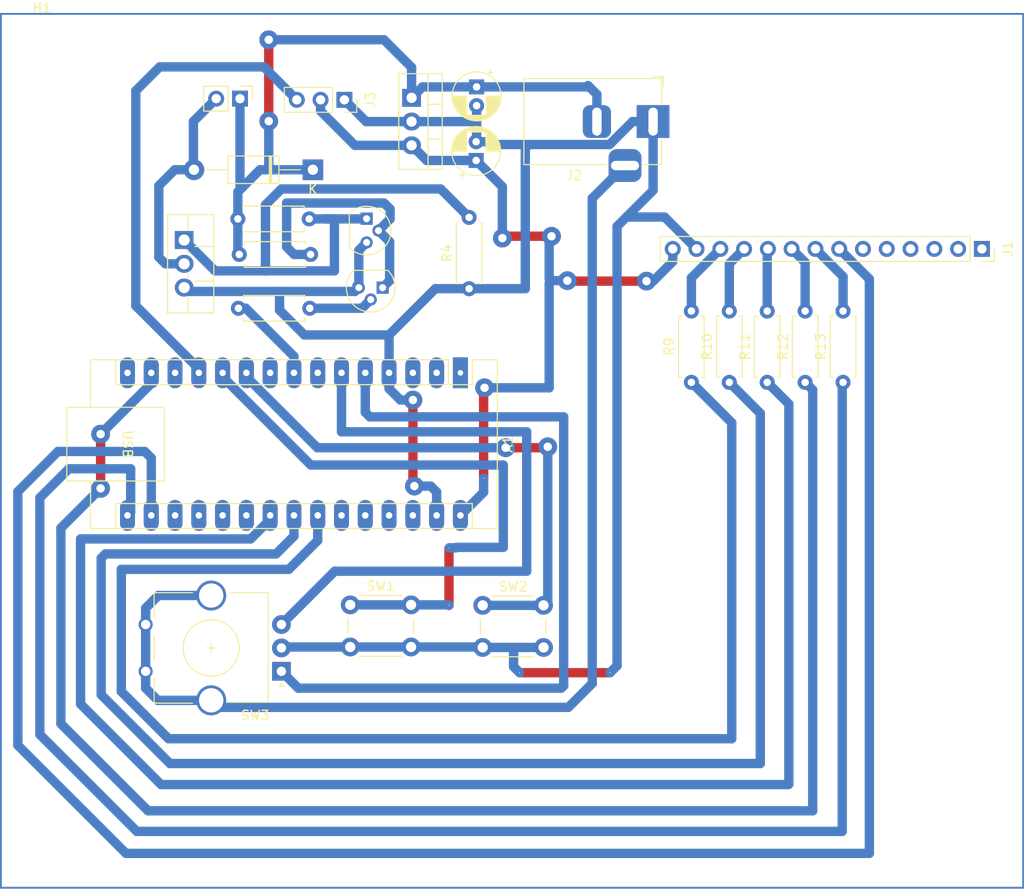
<source format=kicad_pcb>
(kicad_pcb (version 20240108) (generator "pcbnew") (generator_version "8.0")
  (layers (0 "F.Cu" signal) (31 "B.Cu" signal) (34 "B.Paste" user) (35 "F.Paste" user) (36 "B.SilkS" user "B.Silkscreen") (37 "F.SilkS" user "F.Silkscreen") (38 "B.Mask" user) (39 "F.Mask" user) (44 "Edge.Cuts" user))
  (net 0 "")
  (net 1 "GND")
  (net 2 "D5")
  (net 3 "D3")
  (net 4 "D4")
  (net 6 "+5V")
  (net 8 "D7")
  (net 9 "A3")
  (net 10 "D2")
  (net 11 "A5")
  (net 13 "A4")
  (net 15 "3V3")
  (net 16 "D8")
  (net 20 "D10")
  (net 21 "D13")
  (net 22 "D9")
  (net 23 "D12")
  (net 25 "D11")
  (net 28 "VCC")
  (net 31 "Net-(J1-Pin_9)")
  (net 33 "Net-(J1-Pin_12)")
  (net 34 "Net-(J1-Pin_11)")
  (net 36 "Net-(J1-Pin_10)")
  (net 37 "Net-(J1-Pin_8)")
  (net 41 "Net-(D1-A)")
  (net 42 "Net-(Q1-B)")
  (net 43 "Net-(Q1-C)")
  (net 44 "Net-(Q2-C)")
  (footprint "Rotary_Encoder:RotaryEncoder_Alps_EC11E_Vertical_H20mm_CircularMountingHoles" (layer "F.Cu") (at 128.16 122.68 180)
    (property "Reference" "SW3" (at 2.8 -4.7 0) (layer "F.SilkS"))
    (property "Value" "RotaryEncoder_Switch")
    (pad "" thru_hole circle (at 14.5 0 180) (size 1.5 1.5) (drill 1) (layers "*.Cu" "*.Mask"))
    (pad "" thru_hole circle (at 14.5 5 180) (size 1.5 1.5) (drill 1) (layers "*.Cu" "*.Mask"))
    (pad "A" thru_hole rect (at 0 0 180) (size 2 2) (drill 1) (layers "*.Cu" "*.Mask") (net 10 "D2"))
    (pad "B" thru_hole circle (at 0 5 180) (size 2 2) (drill 1) (layers "*.Cu" "*.Mask") (net 3 "D3"))
    (pad "C" thru_hole circle (at 0 2.5 180) (size 2 2) (drill 1) (layers "*.Cu" "*.Mask") (net 1 "GND"))
    (pad "MP" thru_hole circle (at 7.5 -3.1 180) (size 3.2 3.2) (drill 2.6) (layers "*.Cu" "*.Mask"))
    (pad "MP" thru_hole circle (at 7.5 8.1 180) (size 3.2 3.2) (drill 2.6) (layers "*.Cu" "*.Mask"))
  )
  (footprint "Package_TO_SOT_THT:TO-92" (layer "F.Cu") (at 137.26 74.31 -90)
    (property "Reference" "Q2" (hide yes))
    (property "Value" "NPN" (hide yes))
    (pad "1" thru_hole rect (at 0 0 270) (size 1.3 1.3) (drill 0.75) (layers "*.Cu" "*.Mask") (net 44 "Net-(Q2-C)"))
    (pad "2" thru_hole circle (at 1.27 -1.27 270) (size 1.3 1.3) (drill 0.75) (layers "*.Cu" "*.Mask") (net 43 "Net-(Q1-C)"))
    (pad "3" thru_hole circle (at 2.54 0 270) (size 1.3 1.3) (drill 0.75) (layers "*.Cu" "*.Mask") (net 1 "GND"))
  )
  (footprint "Connector_PinHeader_2.54mm:PinHeader_1x02_P2.54mm_Vertical" (layer "F.Cu") (at 123.735 61.48 -90)
    (property "Reference" "M1" (hide yes))
    (property "Value" "Motor_DC" (hide yes))
    (pad "1" thru_hole rect (at 0 0 270) (size 1.7 1.7) (drill 1) (layers "*.Cu" "*.Mask") (net 28 "VCC"))
    (pad "2" thru_hole oval (at 0 2.54 270) (size 1.7 1.7) (drill 1) (layers "*.Cu" "*.Mask") (net 41 "Net-(D1-A)"))
  )
  (footprint "Resistor_THT:R_Axial_DIN0207_L6.3mm_D2.5mm_P7.62mm_Horizontal" (layer "F.Cu") (at 131.28 78.13 180)
    (property "Reference" "R2" (hide yes))
    (property "Value" "R_US" (hide yes))
    (pad "1" thru_hole circle (at 0 0 180) (size 1.6 1.6) (drill 0.8) (layers "*.Cu" "*.Mask") (net 43 "Net-(Q1-C)"))
    (pad "2" thru_hole oval (at 7.62 0 180) (size 1.6 1.6) (drill 0.8) (layers "*.Cu" "*.Mask") (net 28 "VCC"))
  )
  (footprint "Connector_PinSocket_2.54mm:PinSocket_1x14_P2.54mm_Vertical" (layer "F.Cu") (at 202.98 77.54 -90)
    (property "Reference" "J1" (at 0 -2.77 90) (layer "F.SilkS"))
    (property "Value" "Conn_01x14_Pin" (hide yes))
    (pad "1" thru_hole rect (at 0 0 270) (size 1.7 1.7) (drill 1) (layers "*.Cu" "*.Mask"))
    (pad "2" thru_hole oval (at 0 2.54 270) (size 1.7 1.7) (drill 1) (layers "*.Cu" "*.Mask"))
    (pad "3" thru_hole oval (at 0 5.08 270) (size 1.7 1.7) (drill 1) (layers "*.Cu" "*.Mask"))
    (pad "4" thru_hole oval (at 0 7.62 270) (size 1.7 1.7) (drill 1) (layers "*.Cu" "*.Mask"))
    (pad "5" thru_hole oval (at 0 10.16 270) (size 1.7 1.7) (drill 1) (layers "*.Cu" "*.Mask"))
    (pad "6" thru_hole oval (at 0 12.7 270) (size 1.7 1.7) (drill 1) (layers "*.Cu" "*.Mask") (net 23 "D12"))
    (pad "7" thru_hole oval (at 0 15.24 270) (size 1.7 1.7) (drill 1) (layers "*.Cu" "*.Mask") (net 15 "3V3"))
    (pad "8" thru_hole oval (at 0 17.78 270) (size 1.7 1.7) (drill 1) (layers "*.Cu" "*.Mask") (net 37 "Net-(J1-Pin_8)"))
    (pad "9" thru_hole oval (at 0 20.32 270) (size 1.7 1.7) (drill 1) (layers "*.Cu" "*.Mask") (net 31 "Net-(J1-Pin_9)"))
    (pad "10" thru_hole oval (at 0 22.86 270) (size 1.7 1.7) (drill 1) (layers "*.Cu" "*.Mask") (net 36 "Net-(J1-Pin_10)"))
    (pad "11" thru_hole oval (at 0 25.4 270) (size 1.7 1.7) (drill 1) (layers "*.Cu" "*.Mask") (net 34 "Net-(J1-Pin_11)"))
    (pad "12" thru_hole oval (at 0 27.94 270) (size 1.7 1.7) (drill 1) (layers "*.Cu" "*.Mask") (net 33 "Net-(J1-Pin_12)"))
    (pad "13" thru_hole oval (at 0 30.48 270) (size 1.7 1.7) (drill 1) (layers "*.Cu" "*.Mask") (net 1 "GND"))
    (pad "14" thru_hole oval (at 0 33.02 270) (size 1.7 1.7) (drill 1) (layers "*.Cu" "*.Mask") (net 6 "+5V"))
  )
  (footprint "MountingHole:MountingHole_4mm" (layer "F.Cu") (at 102.56 56.785)
    (property "Reference" "H1" (at 0 -5 0) (layer "F.SilkS"))
    (property "Value" "MountingHole" (hide yes))
    (pad "" np_thru_hole circle (at 0 0) (size 4 4) (drill 4) (layers "*.Cu" "*.Mask"))
  )
  (footprint "Package_TO_SOT_THT:TO-92" (layer "F.Cu") (at 138.97 81.68 180)
    (property "Reference" "Q1" (hide yes))
    (property "Value" "NPN" (hide yes))
    (pad "1" thru_hole rect (at 0 0 180) (size 1.3 1.3) (drill 0.75) (layers "*.Cu" "*.Mask") (net 43 "Net-(Q1-C)"))
    (pad "2" thru_hole circle (at 1.27 -1.27 180) (size 1.3 1.3) (drill 0.75) (layers "*.Cu" "*.Mask") (net 42 "Net-(Q1-B)"))
    (pad "3" thru_hole circle (at 2.54 0 180) (size 1.3 1.3) (drill 0.75) (layers "*.Cu" "*.Mask") (net 1 "GND"))
  )
  (footprint "Package_TO_SOT_THT:TO-220-3_Vertical" (layer "F.Cu") (at 142.065 61.39 -90)
    (property "Reference" "U1" (hide yes))
    (property "Value" "LM7805_TO220" (hide yes))
    (pad "1" thru_hole rect (at 0 0 270) (size 1.905 2) (drill 1.1) (layers "*.Cu" "*.Mask") (net 28 "VCC"))
    (pad "2" thru_hole oval (at 2.54 0 270) (size 1.905 2) (drill 1.1) (layers "*.Cu" "*.Mask") (net 1 "GND"))
    (pad "3" thru_hole oval (at 5.08 0 270) (size 1.905 2) (drill 1.1) (layers "*.Cu" "*.Mask") (net 6 "+5V"))
  )
  (footprint "MountingHole:MountingHole_4mm" (layer "F.Cu") (at 202.91 141.685)
    (property "Reference" "H4" (hide yes))
    (property "Value" "MountingHole" (hide yes))
    (pad "" np_thru_hole circle (at 0 0) (size 4 4) (drill 4) (layers "*.Cu" "*.Mask"))
  )
  (footprint "Resistor_THT:R_Axial_DIN0207_L6.3mm_D2.5mm_P7.62mm_Horizontal" (layer "F.Cu") (at 188.15 91.8 90)
    (property "Reference" "R13" (at 3.81 -2.37 90) (layer "F.SilkS"))
    (property "Value" "R")
    (pad "1" thru_hole circle (at 0 0 90) (size 1.6 1.6) (drill 0.8) (layers "*.Cu" "*.Mask") (net 21 "D13"))
    (pad "2" thru_hole oval (at 7.62 0 90) (size 1.6 1.6) (drill 0.8) (layers "*.Cu" "*.Mask") (net 37 "Net-(J1-Pin_8)"))
  )
  (footprint "Resistor_THT:R_Axial_DIN0207_L6.3mm_D2.5mm_P7.62mm_Horizontal" (layer "F.Cu") (at 184.1 91.8 90)
    (property "Reference" "R12" (at 3.81 -2.37 90) (layer "F.SilkS"))
    (property "Value" "R")
    (pad "1" thru_hole circle (at 0 0 90) (size 1.6 1.6) (drill 0.8) (layers "*.Cu" "*.Mask") (net 25 "D11"))
    (pad "2" thru_hole oval (at 7.62 0 90) (size 1.6 1.6) (drill 0.8) (layers "*.Cu" "*.Mask") (net 31 "Net-(J1-Pin_9)"))
  )
  (footprint "Package_TO_SOT_THT:TO-220F-3_Vertical" (layer "F.Cu") (at 117.775 76.59 -90)
    (property "Reference" "Q3" (hide yes))
    (property "Value" "IRLIZ44N" (hide yes))
    (pad "1" thru_hole rect (at 0 0 270) (size 1.905 2) (drill 1.2) (layers "*.Cu" "*.Mask") (net 44 "Net-(Q2-C)"))
    (pad "2" thru_hole oval (at 2.54 0 270) (size 1.905 2) (drill 1.2) (layers "*.Cu" "*.Mask") (net 41 "Net-(D1-A)"))
    (pad "3" thru_hole oval (at 5.08 0 270) (size 1.905 2) (drill 1.2) (layers "*.Cu" "*.Mask") (net 1 "GND"))
  )
  (footprint "Resistor_THT:R_Axial_DIN0207_L6.3mm_D2.5mm_P7.62mm_Horizontal" (layer "F.Cu") (at 148.21 81.79 90)
    (property "Reference" "R4" (at 3.81 -2.37 90) (layer "F.SilkS"))
    (property "Value" "R_US")
    (pad "1" thru_hole circle (at 0 0 90) (size 1.6 1.6) (drill 0.8) (layers "*.Cu" "*.Mask") (net 1 "GND"))
    (pad "2" thru_hole oval (at 7.62 0 90) (size 1.6 1.6) (drill 0.8) (layers "*.Cu" "*.Mask") (net 44 "Net-(Q2-C)"))
  )
  (footprint "MountingHole:MountingHole_4mm" (layer "F.Cu") (at 202.86 56.785)
    (property "Reference" "H2" (hide yes))
    (property "Value" "MountingHole" (hide yes))
    (pad "" np_thru_hole circle (at 0 0) (size 4 4) (drill 4) (layers "*.Cu" "*.Mask"))
  )
  (footprint "Module:Arduino_Nano" (layer "F.Cu") (at 147.28 90.78 -90)
    (property "Reference" "A1" (at 7.62 -5.08 90) (layer "F.SilkS"))
    (property "Value" "Arduino_Nano_v3.x" (hide yes))
    (fp_text user "USB" (at 7.62 35.56 -90) (layer "F.SilkS"))
    (pad "1" thru_hole rect (at 0 0 270) (size 3.3 1.6) (drill 0.6) (layers "*.Cu" "*.Mask"))
    (pad "2" thru_hole oval (at 0 2.54 270) (size 3.3 1.6) (drill 0.7) (layers "*.Cu" "*.Mask"))
    (pad "3" thru_hole oval (at 0 5.08 270) (size 3.3 1.6) (drill 0.7) (layers "*.Cu" "*.Mask"))
    (pad "4" thru_hole oval (at 0 7.62 270) (size 3.3 1.6) (drill 0.7) (layers "*.Cu" "*.Mask") (net 1 "GND"))
    (pad "5" thru_hole oval (at 0 10.16 270) (size 3.3 1.6) (drill 0.7) (layers "*.Cu" "*.Mask") (net 10 "D2"))
    (pad "6" thru_hole oval (at 0 12.7 270) (size 3.3 1.6) (drill 0.7) (layers "*.Cu" "*.Mask") (net 3 "D3"))
    (pad "7" thru_hole oval (at 0 15.24 270) (size 3.3 1.6) (drill 0.7) (layers "*.Cu" "*.Mask") (net 4 "D4"))
    (pad "8" thru_hole oval (at 0 17.78 270) (size 3.3 1.6) (drill 0.7) (layers "*.Cu" "*.Mask") (net 2 "D5"))
    (pad "9" thru_hole oval (at 0 20.32 270) (size 3.3 1.6) (drill 0.7) (layers "*.Cu" "*.Mask"))
    (pad "10" thru_hole oval (at 0 22.86 270) (size 3.3 1.6) (drill 0.7) (layers "*.Cu" "*.Mask") (net 8 "D7"))
    (pad "11" thru_hole oval (at 0 25.4 270) (size 3.3 1.6) (drill 0.7) (layers "*.Cu" "*.Mask") (net 16 "D8"))
    (pad "12" thru_hole oval (at 0 27.94 270) (size 3.3 1.6) (drill 0.7) (layers "*.Cu" "*.Mask") (net 22 "D9"))
    (pad "13" thru_hole oval (at 0 30.48 270) (size 3.3 1.6) (drill 0.7) (layers "*.Cu" "*.Mask") (net 20 "D10"))
    (pad "14" thru_hole oval (at 0 33.02 270) (size 3.3 1.6) (drill 0.7) (layers "*.Cu" "*.Mask") (net 25 "D11"))
    (pad "15" thru_hole oval (at 0 35.56 270) (size 3.3 1.6) (drill 0.7) (layers "*.Cu" "*.Mask"))
    (pad "16" thru_hole oval (at 15.24 35.56 270) (size 3.3 1.6) (drill 0.7) (layers "*.Cu" "*.Mask") (net 21 "D13"))
    (pad "17" thru_hole oval (at 15.24 33.02 270) (size 3.3 1.6) (drill 0.7) (layers "*.Cu" "*.Mask") (net 15 "3V3"))
    (pad "18" thru_hole oval (at 15.24 30.48 270) (size 3.3 1.6) (drill 0.7) (layers "*.Cu" "*.Mask"))
    (pad "19" thru_hole oval (at 15.24 27.94 270) (size 3.3 1.6) (drill 0.7) (layers "*.Cu" "*.Mask"))
    (pad "20" thru_hole oval (at 15.24 25.4 270) (size 3.3 1.6) (drill 0.7) (layers "*.Cu" "*.Mask"))
    (pad "21" thru_hole oval (at 15.24 22.86 270) (size 3.3 1.6) (drill 0.7) (layers "*.Cu" "*.Mask"))
    (pad "22" thru_hole oval (at 15.24 20.32 270) (size 3.3 1.6) (drill 0.7) (layers "*.Cu" "*.Mask") (net 9 "A3"))
    (pad "23" thru_hole oval (at 15.24 17.78 270) (size 3.3 1.6) (drill 0.7) (layers "*.Cu" "*.Mask") (net 13 "A4"))
    (pad "24" thru_hole oval (at 15.24 15.24 270) (size 3.3 1.6) (drill 0.7) (layers "*.Cu" "*.Mask") (net 11 "A5"))
    (pad "25" thru_hole oval (at 15.24 12.7 270) (size 3.3 1.6) (drill 0.7) (layers "*.Cu" "*.Mask"))
    (pad "26" thru_hole oval (at 15.24 10.16 270) (size 3.3 1.6) (drill 0.7) (layers "*.Cu" "*.Mask"))
    (pad "27" thru_hole oval (at 15.24 7.62 270) (size 3.3 1.6) (drill 0.7) (layers "*.Cu" "*.Mask") (net 6 "+5V"))
    (pad "28" thru_hole oval (at 15.24 5.08 270) (size 3.3 1.6) (drill 0.7) (layers "*.Cu" "*.Mask"))
    (pad "29" thru_hole oval (at 15.24 2.54 270) (size 3.3 1.6) (drill 0.7) (layers "*.Cu" "*.Mask") (net 1 "GND"))
    (pad "30" thru_hole oval (at 15.24 0 270) (size 3.3 1.6) (drill 0.7) (layers "*.Cu" "*.Mask") (net 6 "+5V"))
  )
  (footprint "Resistor_THT:R_Axial_DIN0207_L6.3mm_D2.5mm_P7.62mm_Horizontal" (layer "F.Cu") (at 180.05 91.8 90)
    (property "Reference" "R11" (at 3.81 -2.37 90) (layer "F.SilkS"))
    (property "Value" "R")
    (pad "1" thru_hole circle (at 0 0 90) (size 1.6 1.6) (drill 0.8) (layers "*.Cu" "*.Mask") (net 9 "A3"))
    (pad "2" thru_hole oval (at 7.62 0 90) (size 1.6 1.6) (drill 0.8) (layers "*.Cu" "*.Mask") (net 36 "Net-(J1-Pin_10)"))
  )
  (footprint "Capacitor_THT:CP_Radial_D5.0mm_P2.00mm" (layer "F.Cu") (at 148.96 68.085113 90)
    (property "Reference" "C2" (hide yes))
    (property "Value" "C" (hide yes))
    (pad "1" thru_hole rect (at 0 0 90) (size 1.6 1.6) (drill 0.8) (layers "*.Cu" "*.Mask") (net 6 "+5V"))
    (pad "2" thru_hole circle (at 2 0 90) (size 1.6 1.6) (drill 0.8) (layers "*.Cu" "*.Mask") (net 1 "GND"))
  )
  (footprint "Connector_BarrelJack:BarrelJack_Horizontal" (layer "F.Cu") (at 167.86 63.93)
    (property "Reference" "J2" (at -8.45 5.75 0) (layer "F.SilkS"))
    (property "Value" "Screw_Terminal_01x02")
    (pad "1" thru_hole rect (at 0 0) (size 3.5 3.5) (drill oval 1 3) (layers "*.Cu" "*.Mask") (net 1 "GND"))
    (pad "2" thru_hole roundrect (at -6 0) (size 3 3.5) (drill oval 1 3) (layers "*.Cu" "*.Mask") (net 28 "VCC"))
    (pad "3" thru_hole roundrect (at -3 4.7) (size 3.5 3.5) (drill oval 3 1) (layers "*.Cu" "*.Mask"))
  )
  (footprint "Connector_PinSocket_2.54mm:PinSocket_1x03_P2.54mm_Vertical" (layer "F.Cu") (at 134.885 61.605 -90)
    (property "Reference" "J3" (at 0 -2.77 90) (layer "F.SilkS"))
    (property "Value" "Conn_01x03_Socket" (hide yes))
    (pad "1" thru_hole rect (at 0 0 270) (size 1.7 1.7) (drill 1) (layers "*.Cu" "*.Mask") (net 1 "GND"))
    (pad "2" thru_hole oval (at 0 2.54 270) (size 1.7 1.7) (drill 1) (layers "*.Cu" "*.Mask") (net 6 "+5V"))
    (pad "3" thru_hole oval (at 0 5.08 270) (size 1.7 1.7) (drill 1) (layers "*.Cu" "*.Mask") (net 22 "D9"))
  )
  (footprint "Resistor_THT:R_Axial_DIN0207_L6.3mm_D2.5mm_P7.62mm_Horizontal" (layer "F.Cu") (at 123.57 83.88)
    (property "Reference" "R1" (hide yes))
    (property "Value" "R_US" (hide yes))
    (pad "1" thru_hole circle (at 0 0) (size 1.6 1.6) (drill 0.8) (layers "*.Cu" "*.Mask") (net 2 "D5"))
    (pad "2" thru_hole oval (at 7.62 0) (size 1.6 1.6) (drill 0.8) (layers "*.Cu" "*.Mask") (net 42 "Net-(Q1-B)"))
  )
  (footprint "Resistor_THT:R_Axial_DIN0207_L6.3mm_D2.5mm_P7.62mm_Horizontal" (layer "F.Cu") (at 131.13 74.33 180)
    (property "Reference" "R3" (hide yes))
    (property "Value" "R_US" (hide yes))
    (pad "1" thru_hole circle (at 0 0 180) (size 1.6 1.6) (drill 0.8) (layers "*.Cu" "*.Mask") (net 44 "Net-(Q2-C)"))
    (pad "2" thru_hole oval (at 7.62 0 180) (size 1.6 1.6) (drill 0.8) (layers "*.Cu" "*.Mask") (net 28 "VCC"))
  )
  (footprint "Capacitor_THT:CP_Radial_D5.0mm_P2.00mm" (layer "F.Cu") (at 149.01 60.224888 -90)
    (property "Reference" "C1" (hide yes))
    (property "Value" "C" (hide yes))
    (pad "1" thru_hole rect (at 0 0 270) (size 1.6 1.6) (drill 0.8) (layers "*.Cu" "*.Mask") (net 28 "VCC"))
    (pad "2" thru_hole circle (at 2 0 270) (size 1.6 1.6) (drill 0.8) (layers "*.Cu" "*.Mask") (net 1 "GND"))
  )
  (footprint "Button_Switch_THT:SW_PUSH_6mm_H7.3mm" (layer "F.Cu") (at 135.51 115.58)
    (property "Reference" "SW1" (at 3.25 -2 0) (layer "F.SilkS"))
    (property "Value" "SW_SPST")
    (pad "1" thru_hole circle (at 0 0 90) (size 2 2) (drill 1.1) (layers "*.Cu" "*.Mask") (net 16 "D8"))
    (pad "1" thru_hole circle (at 6.5 0 90) (size 2 2) (drill 1.1) (layers "*.Cu" "*.Mask") (net 16 "D8"))
    (pad "2" thru_hole circle (at 0 4.5 90) (size 2 2) (drill 1.1) (layers "*.Cu" "*.Mask") (net 1 "GND"))
    (pad "2" thru_hole circle (at 6.5 4.5 90) (size 2 2) (drill 1.1) (layers "*.Cu" "*.Mask") (net 1 "GND"))
  )
  (footprint "Button_Switch_THT:SW_PUSH_6mm_H7.3mm" (layer "F.Cu") (at 149.66 115.63)
    (property "Reference" "SW2" (at 3.25 -2 0) (layer "F.SilkS"))
    (property "Value" "SW_SPST")
    (pad "1" thru_hole circle (at 0 0 90) (size 2 2) (drill 1.1) (layers "*.Cu" "*.Mask") (net 8 "D7"))
    (pad "1" thru_hole circle (at 6.5 0 90) (size 2 2) (drill 1.1) (layers "*.Cu" "*.Mask") (net 8 "D7"))
    (pad "2" thru_hole circle (at 0 4.5 90) (size 2 2) (drill 1.1) (layers "*.Cu" "*.Mask") (net 1 "GND"))
    (pad "2" thru_hole circle (at 6.5 4.5 90) (size 2 2) (drill 1.1) (layers "*.Cu" "*.Mask") (net 1 "GND"))
  )
  (footprint "MountingHole:MountingHole_4mm" (layer "F.Cu") (at 102.66 141.385)
    (property "Reference" "H3" (hide yes))
    (property "Value" "MountingHole" (hide yes))
    (pad "" np_thru_hole circle (at 0 0) (size 4 4) (drill 4) (layers "*.Cu" "*.Mask"))
  )
  (footprint "Resistor_THT:R_Axial_DIN0207_L6.3mm_D2.5mm_P7.62mm_Horizontal" (layer "F.Cu") (at 176 91.8 90)
    (property "Reference" "R10" (at 3.81 -2.37 90) (layer "F.SilkS"))
    (property "Value" "R")
    (pad "1" thru_hole circle (at 0 0 90) (size 1.6 1.6) (drill 0.8) (layers "*.Cu" "*.Mask") (net 13 "A4"))
    (pad "2" thru_hole oval (at 7.62 0 90) (size 1.6 1.6) (drill 0.8) (layers "*.Cu" "*.Mask") (net 34 "Net-(J1-Pin_11)"))
  )
  (footprint "Diode_THT:D_DO-41_SOD81_P12.70mm_Horizontal" (layer "F.Cu") (at 131.52 69.08 180)
    (property "Reference" "D1" (hide yes))
    (property "Value" "D" (hide yes))
    (fp_text user "K" (at 0 -2.1 0) (layer "F.SilkS"))
    (pad "1" thru_hole rect (at 0 0 180) (size 2.2 2.2) (drill 1.1) (layers "*.Cu" "*.Mask") (net 28 "VCC"))
    (pad "2" thru_hole oval (at 12.7 0 180) (size 2.2 2.2) (drill 1.1) (layers "*.Cu" "*.Mask") (net 41 "Net-(D1-A)"))
  )
  (footprint "Resistor_THT:R_Axial_DIN0207_L6.3mm_D2.5mm_P7.62mm_Horizontal" (layer "F.Cu") (at 171.95 91.8 90)
    (property "Reference" "R9" (at 3.81 -2.37 90) (layer "F.SilkS"))
    (property "Value" "R")
    (pad "1" thru_hole circle (at 0 0 90) (size 1.6 1.6) (drill 0.8) (layers "*.Cu" "*.Mask") (net 11 "A5"))
    (pad "2" thru_hole oval (at 7.62 0 90) (size 1.6 1.6) (drill 0.8) (layers "*.Cu" "*.Mask") (net 33 "Net-(J1-Pin_12)"))
  )
  (gr_rect (start 98.203412 52.421823) (end 207.389605 145.808016) (stroke (width 0.2)) (fill none) (layer "B.Cu") (net 35))
  (segment (start 114.96 125.78) (end 120.66 125.78) (width 1) (layer "B.Cu") (net 0))
  (segment (start 161.36 123.98) (end 158.81 126.53) (width 1) (layer "B.Cu") (net 0))
  (segment (start 115.01 114.58) (end 113.66 115.93) (width 1) (layer "B.Cu") (net 0))
  (segment (start 120.66 114.58) (end 115.01 114.58) (width 1) (layer "B.Cu") (net 0))
  (segment (start 113.66 124.48) (end 114.96 125.78) (width 1) (layer "B.Cu") (net 0))
  (segment (start 113.66 122.68) (end 113.66 124.48) (width 1) (layer "B.Cu") (net 0))
  (segment (start 113.66 115.93) (end 113.66 117.68) (width 1) (layer "B.Cu") (net 0))
  (segment (start 121.41 126.53) (end 120.66 125.78) (width 1) (layer "B.Cu") (net 0))
  (segment (start 164.86 68.63) (end 161.36 72.13) (width 1) (layer "B.Cu") (net 0))
  (segment (start 161.36 72.13) (end 161.36 123.98) (width 1) (layer "B.Cu") (net 0))
  (segment (start 158.81 126.53) (end 121.41 126.53) (width 1) (layer "B.Cu") (net 0))
  (segment (start 113.66 117.68) (end 113.66 122.68) (width 1) (layer "B.Cu") (net 0))
  (segment (start 142.36 102.885) (end 142.21 102.735) (width 1) (layer "F.Cu") (net 1))
  (segment (start 142.21 102.735) (end 142.21 93.685) (width 1) (layer "F.Cu") (net 1))
  (segment (start 153.61 122.83) (end 163.26 122.83) (width 1) (layer "F.Cu") (net 1))
  (via micro (at 142.21 93.685) (size 2) (drill 0.9) (layers "F.Cu" "B.Cu") (net 1))
  (via micro (at 142.36 102.885) (size 2) (drill 0.9) (layers "F.Cu" "B.Cu") (net 1))
  (via micro (at 153.61 122.83) (size 0.3) (drill 0.1) (layers "F.Cu" "B.Cu") (net 1))
  (via micro (at 163.26 122.83) (size 0.3) (drill 0.1) (layers "F.Cu" "B.Cu") (net 1))
  (segment (start 117.775 81.67) (end 118.185 82.08) (width 1) (layer "B.Cu") (net 1))
  (segment (start 149.01 64.28) (end 149.01 66.035113) (width 1) (layer "B.Cu") (net 1))
  (segment (start 142.065 63.93) (end 148.66 63.93) (width 1) (layer "B.Cu") (net 1))
  (segment (start 142.01 120.08) (end 149.61 120.08) (width 1) (layer "B.Cu") (net 1))
  (segment (start 163.21061 66.38) (end 165.66061 63.93) (width 1) (layer "B.Cu") (net 1))
  (segment (start 139.66 86.73) (end 130.61 86.73) (width 1) (layer "B.Cu") (net 1))
  (segment (start 144.11 102.885) (end 144.74 103.515) (width 1) (layer "B.Cu") (net 1))
  (segment (start 167.86 71.28) (end 167.86 63.93) (width 1) (layer "B.Cu") (net 1))
  (segment (start 137.21 63.93) (end 142.065 63.93) (width 1) (layer "B.Cu") (net 1))
  (segment (start 149.01 66.035113) (end 148.96 66.085113) (width 1) (layer "B.Cu") (net 1))
  (segment (start 169.095 74.135) (end 165.005 74.135) (width 1) (layer "B.Cu") (net 1))
  (segment (start 150.09137 66.085113) (end 150.386257 66.38) (width 1) (layer "B.Cu") (net 1))
  (segment (start 139.66 92.48) (end 139.66 90.78) (width 1) (layer "B.Cu") (net 1))
  (segment (start 152.96 120.13) (end 156.16 120.13) (width 1) (layer "B.Cu") (net 1))
  (segment (start 172.5 77.54) (end 169.095 74.135) (width 1) (layer "B.Cu") (net 1))
  (segment (start 127.96 82.08) (end 136.03 82.08) (width 1) (layer "B.Cu") (net 1))
  (segment (start 154.61 66.38) (end 154.21 66.78) (width 1) (layer "B.Cu") (net 1))
  (segment (start 134.885 61.605) (end 137.21 63.93) (width 1) (layer "B.Cu") (net 1))
  (segment (start 154.61 66.38) (end 163.21061 66.38) (width 1) (layer "B.Cu") (net 1))
  (segment (start 152.96 122.18) (end 153.61 122.83) (width 1) (layer "B.Cu") (net 1))
  (segment (start 144.6 81.79) (end 139.66 86.73) (width 1) (layer "B.Cu") (net 1))
  (segment (start 148.66 63.93) (end 149.01 64.28) (width 1) (layer "B.Cu") (net 1))
  (segment (start 118.185 82.08) (end 127.96 82.08) (width 1) (layer "B.Cu") (net 1))
  (segment (start 149.61 120.08) (end 149.66 120.13) (width 1) (layer "B.Cu") (net 1))
  (segment (start 130.61 86.73) (end 127.96 84.08) (width 1) (layer "B.Cu") (net 1))
  (segment (start 148.96 66.085113) (end 150.09137 66.085113) (width 1) (layer "B.Cu") (net 1))
  (segment (start 165.66061 63.93) (end 167.86 63.93) (width 1) (layer "B.Cu") (net 1))
  (segment (start 164.01 122.08) (end 164.01 75.13) (width 1) (layer "B.Cu") (net 1))
  (segment (start 164.01 75.13) (end 165.005 74.135) (width 1) (layer "B.Cu") (net 1))
  (segment (start 154.21 66.78) (end 154.21 81.79) (width 1) (layer "B.Cu") (net 1))
  (segment (start 128.26 120.08) (end 128.16 120.18) (width 1) (layer "B.Cu") (net 1))
  (segment (start 163.26 122.83) (end 164.01 122.08) (width 1) (layer "B.Cu") (net 1))
  (segment (start 136.43 81.68) (end 136.43 77.68) (width 1) (layer "B.Cu") (net 1))
  (segment (start 148.21 81.79) (end 144.6 81.79) (width 1) (layer "B.Cu") (net 1))
  (segment (start 135.51 120.08) (end 128.26 120.08) (width 1) (layer "B.Cu") (net 1))
  (segment (start 149.01 62.224888) (end 149.01 64.28) (width 1) (layer "B.Cu") (net 1))
  (segment (start 152.96 120.13) (end 152.96 122.18) (width 1) (layer "B.Cu") (net 1))
  (segment (start 136.43 77.68) (end 137.26 76.85) (width 1) (layer "B.Cu") (net 1))
  (segment (start 150.386257 66.38) (end 154.61 66.38) (width 1) (layer "B.Cu") (net 1))
  (segment (start 142.36 102.885) (end 144.11 102.885) (width 1) (layer "B.Cu") (net 1))
  (segment (start 136.03 82.08) (end 136.43 81.68) (width 1) (layer "B.Cu") (net 1))
  (segment (start 154.21 81.79) (end 148.21 81.79) (width 1) (layer "B.Cu") (net 1))
  (segment (start 149.66 120.13) (end 152.96 120.13) (width 1) (layer "B.Cu") (net 1))
  (segment (start 135.31 120.28) (end 135.51 120.08) (width 1) (layer "B.Cu") (net 1))
  (segment (start 140.865 93.685) (end 139.66 92.48) (width 1) (layer "B.Cu") (net 1))
  (segment (start 127.96 84.08) (end 127.96 82.08) (width 1) (layer "B.Cu") (net 1))
  (segment (start 135.51 120.08) (end 142.01 120.08) (width 1) (layer "B.Cu") (net 1))
  (segment (start 139.66 86.73) (end 139.66 90.78) (width 1) (layer "B.Cu") (net 1))
  (segment (start 142.21 93.685) (end 140.865 93.685) (width 1) (layer "B.Cu") (net 1))
  (segment (start 136.23 81.48) (end 136.43 81.68) (width 1) (layer "B.Cu") (net 1))
  (segment (start 144.74 103.515) (end 144.74 106.02) (width 1) (layer "B.Cu") (net 1))
  (segment (start 165.005 74.135) (end 167.86 71.28) (width 1) (layer "B.Cu") (net 1))
  (segment (start 129.5 89.02) (end 129.5 90.78) (width 1) (layer "B.Cu") (net 2))
  (segment (start 124.36 83.88) (end 129.5 89.02) (width 1) (layer "B.Cu") (net 2))
  (segment (start 123.57 83.88) (end 124.36 83.88) (width 1) (layer "B.Cu") (net 2))
  (segment (start 134.58 90.78) (end 134.58 97.085) (width 1) (layer "B.Cu") (net 3))
  (segment (start 133.86 111.98) (end 128.16 117.68) (width 1) (layer "B.Cu") (net 3))
  (segment (start 134.58 97.085) (end 154.36 97.085) (width 1) (layer "B.Cu") (net 3))
  (segment (start 154.36 97.085) (end 154.36 111.98) (width 1) (layer "B.Cu") (net 3))
  (segment (start 154.36 111.98) (end 133.86 111.98) (width 1) (layer "B.Cu") (net 3))
  (segment (start 158.75 80.98) (end 158.7 80.93) (width 1) (layer "F.Cu") (net 6))
  (segment (start 167.155 80.98) (end 158.75 80.98) (width 1) (layer "F.Cu") (net 6))
  (segment (start 157.005 76.18) (end 151.965 76.18) (width 1) (layer "F.Cu") (net 6))
  (segment (start 151.965 76.18) (end 151.76 76.385) (width 1) (layer "F.Cu") (net 6))
  (segment (start 149.86 92.38) (end 149.76 92.48) (width 1) (layer "F.Cu") (net 6))
  (segment (start 157.01 76.185) (end 157.005 76.18) (width 1) (layer "F.Cu") (net 6))
  (segment (start 149.76 92.48) (end 149.76 102.035) (width 1) (layer "F.Cu") (net 6))
  (via micro (at 158.7 80.93) (size 2) (drill 0.9) (layers "F.Cu" "B.Cu") (net 6))
  (via micro (at 149.76 102.035) (size 0.3) (drill 0.1) (layers "F.Cu" "B.Cu") (net 6))
  (via micro (at 151.76 76.385) (size 2) (drill 0.9) (layers "F.Cu" "B.Cu") (net 6))
  (via micro (at 149.86 92.38) (size 2) (drill 0.9) (layers "F.Cu" "B.Cu") (net 6))
  (via micro (at 157.01 76.185) (size 2) (drill 0.9) (layers "F.Cu" "B.Cu") (net 6))
  (via micro (at 167.155 80.98) (size 2) (drill 0.9) (layers "F.Cu" "B.Cu") (net 6))
  (segment (start 136.007919 66.47) (end 142.065 66.47) (width 1) (layer "B.Cu") (net 6))
  (segment (start 156.76 76.435) (end 157.01 76.185) (width 1) (layer "B.Cu") (net 6))
  (segment (start 149.76 103.54) (end 147.28 106.02) (width 1) (layer "B.Cu") (net 6))
  (segment (start 149.76 102.035) (end 149.76 103.54) (width 1) (layer "B.Cu") (net 6))
  (segment (start 143.680113 68.085113) (end 148.96 68.085113) (width 1) (layer "B.Cu") (net 6))
  (segment (start 156.76 92.38) (end 156.76 81.18) (width 1) (layer "B.Cu") (net 6))
  (segment (start 167.865 80.98) (end 169.96 78.885) (width 1) (layer "B.Cu") (net 6))
  (segment (start 132.345 61.605) (end 132.345 62.807081) (width 1) (layer "B.Cu") (net 6))
  (segment (start 156.76 80.68) (end 156.76 76.435) (width 1) (layer "B.Cu") (net 6))
  (segment (start 151.76 70.885113) (end 148.96 68.085113) (width 1) (layer "B.Cu") (net 6))
  (segment (start 158.7 80.93) (end 157.01 80.93) (width 1) (layer "B.Cu") (net 6))
  (segment (start 156.76 81.18) (end 157.01 80.93) (width 1) (layer "B.Cu") (net 6))
  (segment (start 142.065 66.47) (end 143.680113 68.085113) (width 1) (layer "B.Cu") (net 6))
  (segment (start 169.96 78.885) (end 169.96 77.54) (width 1) (layer "B.Cu") (net 6))
  (segment (start 132.345 62.807081) (end 136.007919 66.47) (width 1) (layer "B.Cu") (net 6))
  (segment (start 157.01 80.93) (end 156.76 80.68) (width 1) (layer "B.Cu") (net 6))
  (segment (start 167.155 80.98) (end 167.865 80.98) (width 1) (layer "B.Cu") (net 6))
  (segment (start 151.76 76.385) (end 151.76 70.885113) (width 1) (layer "B.Cu") (net 6))
  (segment (start 149.86 92.38) (end 156.76 92.38) (width 1) (layer "B.Cu") (net 6))
  (segment (start 156.61 98.685) (end 156.51 98.785) (width 1) (layer "F.Cu") (net 8))
  (segment (start 156.51 98.785) (end 152.11 98.785) (width 1) (layer "F.Cu") (net 8))
  (via micro (at 156.61 98.685) (size 2) (drill 0.9) (layers "F.Cu" "B.Cu") (net 8))
  (via micro (at 152.11 98.785) (size 2) (drill 0.9) (layers "F.Cu" "B.Cu") (net 8))
  (segment (start 152.11 98.785) (end 131.99368 98.785) (width 1) (layer "B.Cu") (net 8))
  (segment (start 149.66 115.63) (end 156.16 115.63) (width 1) (layer "B.Cu") (net 8))
  (segment (start 131.99368 98.785) (end 124.42 91.21132) (width 1) (layer "B.Cu") (net 8))
  (segment (start 156.61 115.18) (end 156.16 115.63) (width 1) (layer "B.Cu") (net 8))
  (segment (start 156.61 98.685) (end 156.61 115.18) (width 1) (layer "B.Cu") (net 8))
  (segment (start 124.42 91.21132) (end 124.42 90.78) (width 1) (layer "B.Cu") (net 8))
  (segment (start 115.31 134.785) (end 106.71 126.185) (width 1) (layer "B.Cu") (net 9))
  (segment (start 182.36 134.735) (end 182.31 134.785) (width 1) (layer "B.Cu") (net 9))
  (segment (start 106.71 108.53) (end 124.88132 108.53) (width 1) (layer "B.Cu") (net 9))
  (segment (start 106.71 126.185) (end 106.71 108.53) (width 1) (layer "B.Cu") (net 9))
  (segment (start 124.88132 108.53) (end 126.96 106.45132) (width 1) (layer "B.Cu") (net 9))
  (segment (start 182.31 134.785) (end 115.31 134.785) (width 1) (layer "B.Cu") (net 9))
  (segment (start 126.96 106.45132) (end 126.96 106.02) (width 1) (layer "B.Cu") (net 9))
  (segment (start 182.36 94.11) (end 182.36 134.735) (width 1) (layer "B.Cu") (net 9))
  (segment (start 180.05 91.8) (end 182.36 94.11) (width 1) (layer "B.Cu") (net 9))
  (segment (start 137.12 94.995) (end 137.12 90.78) (width 1) (layer "B.Cu") (net 10))
  (segment (start 158.31 124.23) (end 158.31 95.485) (width 1) (layer "B.Cu") (net 10))
  (segment (start 128.16 122.68) (end 129.96 124.48) (width 1) (layer "B.Cu") (net 10))
  (segment (start 129.96 124.48) (end 158.06 124.48) (width 1) (layer "B.Cu") (net 10))
  (segment (start 158.06 124.48) (end 158.31 124.23) (width 1) (layer "B.Cu") (net 10))
  (segment (start 158.31 95.485) (end 137.61 95.485) (width 1) (layer "B.Cu") (net 10))
  (segment (start 137.61 95.485) (end 137.12 94.995) (width 1) (layer "B.Cu") (net 10))
  (segment (start 171.95 91.8) (end 176.26 96.11) (width 1) (layer "B.Cu") (net 11))
  (segment (start 116.11 129.885) (end 111.06 124.835) (width 1) (layer "B.Cu") (net 11))
  (segment (start 111.06 124.835) (end 111.06 111.78) (width 1) (layer "B.Cu") (net 11))
  (segment (start 176.26 96.11) (end 176.26 129.885) (width 1) (layer "B.Cu") (net 11))
  (segment (start 176.26 129.885) (end 116.11 129.885) (width 1) (layer "B.Cu") (net 11))
  (segment (start 128.95 111.78) (end 132.04 108.69) (width 1) (layer "B.Cu") (net 11))
  (segment (start 111.06 111.78) (end 128.95 111.78) (width 1) (layer "B.Cu") (net 11))
  (segment (start 132.04 108.69) (end 132.04 106.02) (width 1) (layer "B.Cu") (net 11))
  (segment (start 132.04 105.17) (end 132.04 106.02) (width 1) (layer "B.Cu") (net 11))
  (segment (start 108.91 110.585) (end 109.36 110.135) (width 1) (layer "B.Cu") (net 13))
  (segment (start 129.5 108.23) (end 129.5 106.02) (width 1) (layer "B.Cu") (net 13))
  (segment (start 109.36 110.135) (end 127.595 110.135) (width 1) (layer "B.Cu") (net 13))
  (segment (start 179.31 132.535) (end 116.26 132.535) (width 1) (layer "B.Cu") (net 13))
  (segment (start 108.91 125.185) (end 108.91 110.585) (width 1) (layer "B.Cu") (net 13))
  (segment (start 179.31 95.11) (end 179.31 132.535) (width 1) (layer "B.Cu") (net 13))
  (segment (start 176 91.8) (end 179.31 95.11) (width 1) (layer "B.Cu") (net 13))
  (segment (start 127.595 110.135) (end 129.5 108.23) (width 1) (layer "B.Cu") (net 13))
  (segment (start 116.26 132.535) (end 108.91 125.185) (width 1) (layer "B.Cu") (net 13))
  (segment (start 113.56 99.185) (end 114.26 99.885) (width 1) (layer "B.Cu") (net 15))
  (segment (start 190.96 80.76) (end 190.96 142.135) (width 1) (layer "B.Cu") (net 15))
  (segment (start 100.01 103.47) (end 104.295 99.185) (width 1) (layer "B.Cu") (net 15))
  (segment (start 190.96 142.135) (end 111.56 142.135) (width 1) (layer "B.Cu") (net 15))
  (segment (start 111.56 142.135) (end 100.01 130.585) (width 1) (layer "B.Cu") (net 15))
  (segment (start 187.74 77.54) (end 190.96 80.76) (width 1) (layer "B.Cu") (net 15))
  (segment (start 104.295 99.185) (end 113.56 99.185) (width 1) (layer "B.Cu") (net 15))
  (segment (start 114.26 99.885) (end 114.26 106.02) (width 1) (layer "B.Cu") (net 15))
  (segment (start 100.01 130.585) (end 100.01 103.47) (width 1) (layer "B.Cu") (net 15))
  (segment (start 146.06 115.63) (end 146.06 109.53) (width 1) (layer "F.Cu") (net 16))
  (segment (start 146.06 109.53) (end 146.11 109.48) (width 1) (layer "F.Cu") (net 16))
  (via micro (at 146.11 109.48) (size 0.3) (drill 0.1) (layers "F.Cu" "B.Cu") (net 16))
  (via micro (at 146.06 115.63) (size 0.3) (drill 0.1) (layers "F.Cu" "B.Cu") (net 16))
  (segment (start 146.84132 109.43) (end 151.86 109.43) (width 1) (layer "B.Cu") (net 16))
  (segment (start 131.30368 100.635) (end 121.88 91.21132) (width 1) (layer "B.Cu") (net 16))
  (segment (start 146.79132 109.48) (end 146.84132 109.43) (width 1) (layer "B.Cu") (net 16))
  (segment (start 121.88 91.21132) (end 121.88 90.78) (width 1) (layer "B.Cu") (net 16))
  (segment (start 151.86 100.635) (end 131.30368 100.635) (width 1) (layer "B.Cu") (net 16))
  (segment (start 151.86 109.43) (end 151.86 100.635) (width 1) (layer "B.Cu") (net 16))
  (segment (start 146.11 109.48) (end 146.79132 109.48) (width 1) (layer "B.Cu") (net 16))
  (segment (start 135.51 115.58) (end 142.01 115.58) (width 1) (layer "B.Cu") (net 16))
  (segment (start 146.01 115.58) (end 146.06 115.63) (width 1) (layer "B.Cu") (net 16))
  (segment (start 142.01 115.58) (end 146.01 115.58) (width 1) (layer "B.Cu") (net 16))
  (segment (start 188.06 139.785) (end 112.71 139.785) (width 1) (layer "B.Cu") (net 21))
  (segment (start 188.06 91.89) (end 188.06 139.785) (width 1) (layer "B.Cu") (net 21))
  (segment (start 112.71 139.785) (end 102.36 129.435) (width 1) (layer "B.Cu") (net 21))
  (segment (start 105.46 101.035) (end 112.06 101.035) (width 1) (layer "B.Cu") (net 21))
  (segment (start 102.36 104.135) (end 105.46 101.035) (width 1) (layer "B.Cu") (net 21))
  (segment (start 102.36 129.435) (end 102.36 104.135) (width 1) (layer "B.Cu") (net 21))
  (segment (start 112.06 105.68) (end 111.72 106.02) (width 1) (layer "B.Cu") (net 21))
  (segment (start 112.06 101.035) (end 112.06 105.68) (width 1) (layer "B.Cu") (net 21))
  (segment (start 188.15 91.8) (end 188.06 91.89) (width 1) (layer "B.Cu") (net 21))
  (segment (start 119.34 90.34868) (end 119.34 90.78) (width 1) (layer "B.Cu") (net 22))
  (segment (start 129.805 61.605) (end 126.285 58.085) (width 1) (layer "B.Cu") (net 22))
  (segment (start 112.61 83.61868) (end 119.34 90.34868) (width 1) (layer "B.Cu") (net 22))
  (segment (start 115.16 58.085) (end 112.61 60.635) (width 1) (layer "B.Cu") (net 22))
  (segment (start 126.285 58.085) (end 115.16 58.085) (width 1) (layer "B.Cu") (net 22))
  (segment (start 112.61 60.635) (end 112.61 83.61868) (width 1) (layer "B.Cu") (net 22))
  (segment (start 108.85 97.33) (end 108.85 103.13) (width 1) (layer "F.Cu") (net 25))
  (via micro (at 108.85 97.33) (size 2) (drill 0.9) (layers "F.Cu" "B.Cu") (net 25))
  (via micro (at 108.85 103.13) (size 2) (drill 0.9) (layers "F.Cu" "B.Cu") (net 25))
  (segment (start 113.91 137.585) (end 184.91 137.585) (width 1) (layer "B.Cu") (net 25))
  (segment (start 114.26 91.92) (end 108.85 97.33) (width 1) (layer "B.Cu") (net 25))
  (segment (start 114.26 91.92) (end 114.26 90.78) (width 1) (layer "B.Cu") (net 25))
  (segment (start 104.61 128.285) (end 113.91 137.585) (width 1) (layer "B.Cu") (net 25))
  (segment (start 104.61 107.37) (end 104.61 128.285) (width 1) (layer "B.Cu") (net 25))
  (segment (start 184.91 92.61) (end 184.1 91.8) (width 1) (layer "B.Cu") (net 25))
  (segment (start 108.85 103.13) (end 104.61 107.37) (width 1) (layer "B.Cu") (net 25))
  (segment (start 184.91 137.585) (end 184.91 92.61) (width 1) (layer "B.Cu") (net 25))
  (segment (start 126.81 55.185) (end 126.81 63.885) (width 1) (layer "F.Cu") (net 28))
  (via micro (at 126.81 55.185) (size 2) (drill 0.9) (layers "F.Cu" "B.Cu") (net 28))
  (via micro (at 126.81 63.885) (size 2) (drill 0.9) (layers "F.Cu" "B.Cu") (net 28))
  (segment (start 123.735 70.76) (end 123.9625 70.9875) (width 1) (layer "B.Cu") (net 28))
  (segment (start 160.91 60.08) (end 160.765112 60.224888) (width 1) (layer "B.Cu") (net 28))
  (segment (start 161.86 61.03) (end 160.91 60.08) (width 1) (layer "B.Cu") (net 28))
  (segment (start 139.11 55.185) (end 142.065 58.14) (width 1) (layer "B.Cu") (net 28))
  (segment (start 126.81 68.73) (end 127.16 69.08) (width 1) (layer "B.Cu") (net 28))
  (segment (start 125.87 69.08) (end 127.16 69.08) (width 1) (layer "B.Cu") (net 28))
  (segment (start 123.9625 70.9875) (end 125.87 69.08) (width 1) (layer "B.Cu") (net 28))
  (segment (start 127.16 69.08) (end 131.52 69.08) (width 1) (layer "B.Cu") (net 28))
  (segment (start 142.065 61.39) (end 143.230112 60.224888) (width 1) (layer "B.Cu") (net 28))
  (segment (start 143.230112 60.224888) (end 149.01 60.224888) (width 1) (layer "B.Cu") (net 28))
  (segment (start 123.51 74.33) (end 123.51 71.44) (width 1) (layer "B.Cu") (net 28))
  (segment (start 160.765112 60.224888) (end 149.01 60.224888) (width 1) (layer "B.Cu") (net 28))
  (segment (start 126.81 63.885) (end 126.81 68.73) (width 1) (layer "B.Cu") (net 28))
  (segment (start 123.51 77.98) (end 123.66 78.13) (width 1) (layer "B.Cu") (net 28))
  (segment (start 123.735 61.48) (end 123.735 70.76) (width 1) (layer "B.Cu") (net 28))
  (segment (start 123.51 71.44) (end 123.9625 70.9875) (width 1) (layer "B.Cu") (net 28))
  (segment (start 161.86 63.93) (end 161.86 61.03) (width 1) (layer "B.Cu") (net 28))
  (segment (start 123.51 74.33) (end 123.51 77.98) (width 1) (layer "B.Cu") (net 28))
  (segment (start 123.51 73.89) (end 123.5 73.88) (width 1) (layer "B.Cu") (net 28))
  (segment (start 142.065 58.14) (end 142.065 61.39) (width 1) (layer "B.Cu") (net 28))
  (segment (start 126.81 55.185) (end 139.11 55.185) (width 1) (layer "B.Cu") (net 28))
  (segment (start 184.1 84.18) (end 184.1 78.98) (width 1) (layer "B.Cu") (net 31))
  (segment (start 184.1 78.98) (end 182.66 77.54) (width 1) (layer "B.Cu") (net 31))
  (segment (start 171.95 80.63) (end 175.04 77.54) (width 1) (layer "B.Cu") (net 33))
  (segment (start 171.95 84.18) (end 171.95 80.63) (width 1) (layer "B.Cu") (net 33))
  (segment (start 176 79.12) (end 177.58 77.54) (width 1) (layer "B.Cu") (net 34))
  (segment (start 176 84.18) (end 176 79.12) (width 1) (layer "B.Cu") (net 34))
  (segment (start 180.05 84.18) (end 180.05 77.61) (width 1) (layer "B.Cu") (net 36))
  (segment (start 180.05 77.61) (end 180.12 77.54) (width 1) (layer "B.Cu") (net 36))
  (segment (start 188.15 80.49) (end 188.15 84.18) (width 1) (layer "B.Cu") (net 37))
  (segment (start 185.2 77.54) (end 188.15 80.49) (width 1) (layer "B.Cu") (net 37))
  (segment (start 115.07 70.78) (end 116.77 69.08) (width 1) (layer "B.Cu") (net 41))
  (segment (start 117.775 79.13) (end 115.775 79.13) (width 1) (layer "B.Cu") (net 41))
  (segment (start 116.77 69.08) (end 118.82 69.08) (width 1) (layer "B.Cu") (net 41))
  (segment (start 115.775 79.13) (end 115.07 78.425) (width 1) (layer "B.Cu") (net 41))
  (segment (start 118.76 63.915) (end 118.76 69.02) (width 1) (layer "B.Cu") (net 41))
  (segment (start 121.195 61.48) (end 118.76 63.915) (width 1) (layer "B.Cu") (net 41))
  (segment (start 118.76 69.02) (end 118.82 69.08) (width 1) (layer "B.Cu") (net 41))
  (segment (start 121.435 61.24) (end 121.195 61.48) (width 1) (layer "B.Cu") (net 41))
  (segment (start 115.07 78.425) (end 115.07 70.78) (width 1) (layer "B.Cu") (net 41))
  (segment (start 136.77 83.88) (end 131.19 83.88) (width 1) (layer "B.Cu") (net 42))
  (segment (start 137.7 82.95) (end 136.77 83.88) (width 1) (layer "B.Cu") (net 42))
  (segment (start 139.72 80.93) (end 138.97 81.68) (width 1) (layer "B.Cu") (net 43))
  (segment (start 139.12 72.63) (end 139.77 73.28) (width 1) (layer "B.Cu") (net 43))
  (segment (start 139.77 73.28) (end 139.77 74.34) (width 1) (layer "B.Cu") (net 43))
  (segment (start 139.72 76.77) (end 139.72 80.93) (width 1) (layer "B.Cu") (net 43))
  (segment (start 128.72 77.33) (end 128.72 72.63) (width 1) (layer "B.Cu") (net 43))
  (segment (start 131.28 78.13) (end 129.52 78.13) (width 1) (layer "B.Cu") (net 43))
  (segment (start 138.53 75.58) (end 139.72 76.77) (width 1) (layer "B.Cu") (net 43))
  (segment (start 139.77 74.34) (end 138.53 75.58) (width 1) (layer "B.Cu") (net 43))
  (segment (start 128.72 72.63) (end 139.12 72.63) (width 1) (layer "B.Cu") (net 43))
  (segment (start 129.52 78.13) (end 128.72 77.33) (width 1) (layer "B.Cu") (net 43))
  (segment (start 132.87 74.33) (end 137.24 74.33) (width 1) (layer "B.Cu") (net 44))
  (segment (start 133.82 79.875) (end 133.82 74.33) (width 1) (layer "B.Cu") (net 44))
  (segment (start 121.07 79.885) (end 126.46 79.885) (width 1) (layer "B.Cu") (net 44))
  (segment (start 117.775 76.59) (end 121.07 79.885) (width 1) (layer "B.Cu") (net 44))
  (segment (start 137.24 74.33) (end 137.26 74.31) (width 1) (layer "B.Cu") (net 44))
  (segment (start 131.13 74.33) (end 132.87 74.33) (width 1) (layer "B.Cu") (net 44))
  (segment (start 148.21 74.17) (end 145.17 71.13) (width 1) (layer "B.Cu") (net 44))
  (segment (start 133.81 79.885) (end 133.82 79.875) (width 1) (layer "B.Cu") (net 44))
  (segment (start 128.16 71.13) (end 126.46 72.83) (width 1) (layer "B.Cu") (net 44))
  (segment (start 126.46 72.83) (end 126.46 79.885) (width 1) (layer "B.Cu") (net 44))
  (segment (start 133.82 74.33) (end 132.87 74.33) (width 1) (layer "B.Cu") (net 44))
  (segment (start 145.17 71.13) (end 128.16 71.13) (width 1) (layer "B.Cu") (net 44))
  (segment (start 126.46 79.885) (end 133.81 79.885) (width 1) (layer "B.Cu") (net 44))
)
</source>
